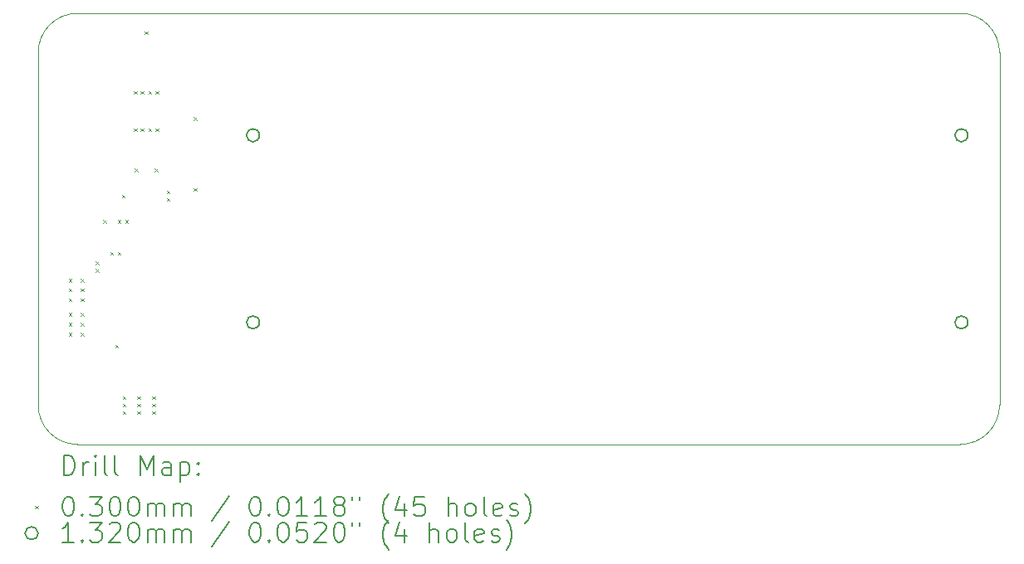
<source format=gbr>
%TF.GenerationSoftware,KiCad,Pcbnew,8.0.8*%
%TF.CreationDate,2025-10-05T09:32:36-04:00*%
%TF.ProjectId,project-hw-2-18650,70726f6a-6563-4742-9d68-772d322d3138,rev?*%
%TF.SameCoordinates,Original*%
%TF.FileFunction,Drillmap*%
%TF.FilePolarity,Positive*%
%FSLAX45Y45*%
G04 Gerber Fmt 4.5, Leading zero omitted, Abs format (unit mm)*
G04 Created by KiCad (PCBNEW 8.0.8) date 2025-10-05 09:32:36*
%MOMM*%
%LPD*%
G01*
G04 APERTURE LIST*
%ADD10C,0.050000*%
%ADD11C,0.200000*%
%ADD12C,0.100000*%
%ADD13C,0.132000*%
G04 APERTURE END LIST*
D10*
X11200000Y-1600000D02*
G75*
G02*
X11600000Y-2000000I0J-400000D01*
G01*
X1800000Y-2000000D02*
G75*
G02*
X2200000Y-1600000I400000J0D01*
G01*
X11600000Y-5600000D02*
G75*
G02*
X11200000Y-6000000I-400000J0D01*
G01*
X2200000Y-6000000D02*
G75*
G02*
X1800000Y-5600000I0J400000D01*
G01*
X11600000Y-2000000D02*
X11600000Y-5600000D01*
X2200000Y-1600000D02*
X11200000Y-1600000D01*
X1800000Y-5600000D02*
X1800000Y-2000000D01*
X11200000Y-6000000D02*
X2200000Y-6000000D01*
D11*
D12*
X2110000Y-4310000D02*
X2140000Y-4340000D01*
X2140000Y-4310000D02*
X2110000Y-4340000D01*
X2110000Y-4410000D02*
X2140000Y-4440000D01*
X2140000Y-4410000D02*
X2110000Y-4440000D01*
X2110000Y-4510000D02*
X2140000Y-4540000D01*
X2140000Y-4510000D02*
X2110000Y-4540000D01*
X2110000Y-4660000D02*
X2140000Y-4690000D01*
X2140000Y-4660000D02*
X2110000Y-4690000D01*
X2110000Y-4760000D02*
X2140000Y-4790000D01*
X2140000Y-4760000D02*
X2110000Y-4790000D01*
X2110000Y-4860000D02*
X2140000Y-4890000D01*
X2140000Y-4860000D02*
X2110000Y-4890000D01*
X2235000Y-4310000D02*
X2265000Y-4340000D01*
X2265000Y-4310000D02*
X2235000Y-4340000D01*
X2235000Y-4410000D02*
X2265000Y-4440000D01*
X2265000Y-4410000D02*
X2235000Y-4440000D01*
X2235000Y-4510000D02*
X2265000Y-4540000D01*
X2265000Y-4510000D02*
X2235000Y-4540000D01*
X2235000Y-4660000D02*
X2265000Y-4690000D01*
X2265000Y-4660000D02*
X2235000Y-4690000D01*
X2235000Y-4760000D02*
X2265000Y-4790000D01*
X2265000Y-4760000D02*
X2235000Y-4790000D01*
X2235000Y-4860000D02*
X2265000Y-4890000D01*
X2265000Y-4860000D02*
X2235000Y-4890000D01*
X2385000Y-4135000D02*
X2415000Y-4165000D01*
X2415000Y-4135000D02*
X2385000Y-4165000D01*
X2385000Y-4210000D02*
X2415000Y-4240000D01*
X2415000Y-4210000D02*
X2385000Y-4240000D01*
X2460000Y-3710000D02*
X2490000Y-3740000D01*
X2490000Y-3710000D02*
X2460000Y-3740000D01*
X2535000Y-4035000D02*
X2565000Y-4065000D01*
X2565000Y-4035000D02*
X2535000Y-4065000D01*
X2585000Y-4985000D02*
X2615000Y-5015000D01*
X2615000Y-4985000D02*
X2585000Y-5015000D01*
X2610000Y-3710000D02*
X2640000Y-3740000D01*
X2640000Y-3710000D02*
X2610000Y-3740000D01*
X2610000Y-4035000D02*
X2640000Y-4065000D01*
X2640000Y-4035000D02*
X2610000Y-4065000D01*
X2652500Y-3452500D02*
X2682500Y-3482500D01*
X2682500Y-3452500D02*
X2652500Y-3482500D01*
X2660000Y-5510000D02*
X2690000Y-5540000D01*
X2690000Y-5510000D02*
X2660000Y-5540000D01*
X2660000Y-5585000D02*
X2690000Y-5615000D01*
X2690000Y-5585000D02*
X2660000Y-5615000D01*
X2660000Y-5660000D02*
X2690000Y-5690000D01*
X2690000Y-5660000D02*
X2660000Y-5690000D01*
X2685000Y-3710000D02*
X2715000Y-3740000D01*
X2715000Y-3710000D02*
X2685000Y-3740000D01*
X2775000Y-2395000D02*
X2805000Y-2425000D01*
X2805000Y-2395000D02*
X2775000Y-2425000D01*
X2775000Y-2775000D02*
X2805000Y-2805000D01*
X2805000Y-2775000D02*
X2775000Y-2805000D01*
X2785000Y-3185000D02*
X2815000Y-3215000D01*
X2815000Y-3185000D02*
X2785000Y-3215000D01*
X2810000Y-5510000D02*
X2840000Y-5540000D01*
X2840000Y-5510000D02*
X2810000Y-5540000D01*
X2810000Y-5585000D02*
X2840000Y-5615000D01*
X2840000Y-5585000D02*
X2810000Y-5615000D01*
X2810000Y-5660000D02*
X2840000Y-5690000D01*
X2840000Y-5660000D02*
X2810000Y-5690000D01*
X2845000Y-2395000D02*
X2875000Y-2425000D01*
X2875000Y-2395000D02*
X2845000Y-2425000D01*
X2845000Y-2775000D02*
X2875000Y-2805000D01*
X2875000Y-2775000D02*
X2845000Y-2805000D01*
X2885000Y-1785000D02*
X2915000Y-1815000D01*
X2915000Y-1785000D02*
X2885000Y-1815000D01*
X2925000Y-2395000D02*
X2955000Y-2425000D01*
X2955000Y-2395000D02*
X2925000Y-2425000D01*
X2925000Y-2775000D02*
X2955000Y-2805000D01*
X2955000Y-2775000D02*
X2925000Y-2805000D01*
X2960000Y-5510000D02*
X2990000Y-5540000D01*
X2990000Y-5510000D02*
X2960000Y-5540000D01*
X2960000Y-5585000D02*
X2990000Y-5615000D01*
X2990000Y-5585000D02*
X2960000Y-5615000D01*
X2960000Y-5660000D02*
X2990000Y-5690000D01*
X2990000Y-5660000D02*
X2960000Y-5690000D01*
X2985000Y-3185000D02*
X3015000Y-3215000D01*
X3015000Y-3185000D02*
X2985000Y-3215000D01*
X2995000Y-2395000D02*
X3025000Y-2425000D01*
X3025000Y-2395000D02*
X2995000Y-2425000D01*
X2995000Y-2775000D02*
X3025000Y-2805000D01*
X3025000Y-2775000D02*
X2995000Y-2805000D01*
X3110000Y-3410000D02*
X3140000Y-3440000D01*
X3140000Y-3410000D02*
X3110000Y-3440000D01*
X3110000Y-3485000D02*
X3140000Y-3515000D01*
X3140000Y-3485000D02*
X3110000Y-3515000D01*
X3385000Y-2660000D02*
X3415000Y-2690000D01*
X3415000Y-2660000D02*
X3385000Y-2690000D01*
X3385000Y-3385000D02*
X3415000Y-3415000D01*
X3415000Y-3385000D02*
X3385000Y-3415000D01*
D13*
X4055000Y-2845000D02*
G75*
G02*
X3923000Y-2845000I-66000J0D01*
G01*
X3923000Y-2845000D02*
G75*
G02*
X4055000Y-2845000I66000J0D01*
G01*
X4055000Y-4755000D02*
G75*
G02*
X3923000Y-4755000I-66000J0D01*
G01*
X3923000Y-4755000D02*
G75*
G02*
X4055000Y-4755000I66000J0D01*
G01*
X11277000Y-2845000D02*
G75*
G02*
X11145000Y-2845000I-66000J0D01*
G01*
X11145000Y-2845000D02*
G75*
G02*
X11277000Y-2845000I66000J0D01*
G01*
X11277000Y-4755000D02*
G75*
G02*
X11145000Y-4755000I-66000J0D01*
G01*
X11145000Y-4755000D02*
G75*
G02*
X11277000Y-4755000I66000J0D01*
G01*
D11*
X2058277Y-6313984D02*
X2058277Y-6113984D01*
X2058277Y-6113984D02*
X2105896Y-6113984D01*
X2105896Y-6113984D02*
X2134467Y-6123508D01*
X2134467Y-6123508D02*
X2153515Y-6142555D01*
X2153515Y-6142555D02*
X2163039Y-6161603D01*
X2163039Y-6161603D02*
X2172563Y-6199698D01*
X2172563Y-6199698D02*
X2172563Y-6228269D01*
X2172563Y-6228269D02*
X2163039Y-6266365D01*
X2163039Y-6266365D02*
X2153515Y-6285412D01*
X2153515Y-6285412D02*
X2134467Y-6304460D01*
X2134467Y-6304460D02*
X2105896Y-6313984D01*
X2105896Y-6313984D02*
X2058277Y-6313984D01*
X2258277Y-6313984D02*
X2258277Y-6180650D01*
X2258277Y-6218746D02*
X2267801Y-6199698D01*
X2267801Y-6199698D02*
X2277324Y-6190174D01*
X2277324Y-6190174D02*
X2296372Y-6180650D01*
X2296372Y-6180650D02*
X2315420Y-6180650D01*
X2382086Y-6313984D02*
X2382086Y-6180650D01*
X2382086Y-6113984D02*
X2372563Y-6123508D01*
X2372563Y-6123508D02*
X2382086Y-6133031D01*
X2382086Y-6133031D02*
X2391610Y-6123508D01*
X2391610Y-6123508D02*
X2382086Y-6113984D01*
X2382086Y-6113984D02*
X2382086Y-6133031D01*
X2505896Y-6313984D02*
X2486848Y-6304460D01*
X2486848Y-6304460D02*
X2477324Y-6285412D01*
X2477324Y-6285412D02*
X2477324Y-6113984D01*
X2610658Y-6313984D02*
X2591610Y-6304460D01*
X2591610Y-6304460D02*
X2582086Y-6285412D01*
X2582086Y-6285412D02*
X2582086Y-6113984D01*
X2839229Y-6313984D02*
X2839229Y-6113984D01*
X2839229Y-6113984D02*
X2905896Y-6256841D01*
X2905896Y-6256841D02*
X2972562Y-6113984D01*
X2972562Y-6113984D02*
X2972562Y-6313984D01*
X3153515Y-6313984D02*
X3153515Y-6209222D01*
X3153515Y-6209222D02*
X3143991Y-6190174D01*
X3143991Y-6190174D02*
X3124943Y-6180650D01*
X3124943Y-6180650D02*
X3086848Y-6180650D01*
X3086848Y-6180650D02*
X3067801Y-6190174D01*
X3153515Y-6304460D02*
X3134467Y-6313984D01*
X3134467Y-6313984D02*
X3086848Y-6313984D01*
X3086848Y-6313984D02*
X3067801Y-6304460D01*
X3067801Y-6304460D02*
X3058277Y-6285412D01*
X3058277Y-6285412D02*
X3058277Y-6266365D01*
X3058277Y-6266365D02*
X3067801Y-6247317D01*
X3067801Y-6247317D02*
X3086848Y-6237793D01*
X3086848Y-6237793D02*
X3134467Y-6237793D01*
X3134467Y-6237793D02*
X3153515Y-6228269D01*
X3248753Y-6180650D02*
X3248753Y-6380650D01*
X3248753Y-6190174D02*
X3267801Y-6180650D01*
X3267801Y-6180650D02*
X3305896Y-6180650D01*
X3305896Y-6180650D02*
X3324943Y-6190174D01*
X3324943Y-6190174D02*
X3334467Y-6199698D01*
X3334467Y-6199698D02*
X3343991Y-6218746D01*
X3343991Y-6218746D02*
X3343991Y-6275888D01*
X3343991Y-6275888D02*
X3334467Y-6294936D01*
X3334467Y-6294936D02*
X3324943Y-6304460D01*
X3324943Y-6304460D02*
X3305896Y-6313984D01*
X3305896Y-6313984D02*
X3267801Y-6313984D01*
X3267801Y-6313984D02*
X3248753Y-6304460D01*
X3429705Y-6294936D02*
X3439229Y-6304460D01*
X3439229Y-6304460D02*
X3429705Y-6313984D01*
X3429705Y-6313984D02*
X3420182Y-6304460D01*
X3420182Y-6304460D02*
X3429705Y-6294936D01*
X3429705Y-6294936D02*
X3429705Y-6313984D01*
X3429705Y-6190174D02*
X3439229Y-6199698D01*
X3439229Y-6199698D02*
X3429705Y-6209222D01*
X3429705Y-6209222D02*
X3420182Y-6199698D01*
X3420182Y-6199698D02*
X3429705Y-6190174D01*
X3429705Y-6190174D02*
X3429705Y-6209222D01*
D12*
X1767500Y-6627500D02*
X1797500Y-6657500D01*
X1797500Y-6627500D02*
X1767500Y-6657500D01*
D11*
X2096372Y-6533984D02*
X2115420Y-6533984D01*
X2115420Y-6533984D02*
X2134467Y-6543508D01*
X2134467Y-6543508D02*
X2143991Y-6553031D01*
X2143991Y-6553031D02*
X2153515Y-6572079D01*
X2153515Y-6572079D02*
X2163039Y-6610174D01*
X2163039Y-6610174D02*
X2163039Y-6657793D01*
X2163039Y-6657793D02*
X2153515Y-6695888D01*
X2153515Y-6695888D02*
X2143991Y-6714936D01*
X2143991Y-6714936D02*
X2134467Y-6724460D01*
X2134467Y-6724460D02*
X2115420Y-6733984D01*
X2115420Y-6733984D02*
X2096372Y-6733984D01*
X2096372Y-6733984D02*
X2077324Y-6724460D01*
X2077324Y-6724460D02*
X2067801Y-6714936D01*
X2067801Y-6714936D02*
X2058277Y-6695888D01*
X2058277Y-6695888D02*
X2048753Y-6657793D01*
X2048753Y-6657793D02*
X2048753Y-6610174D01*
X2048753Y-6610174D02*
X2058277Y-6572079D01*
X2058277Y-6572079D02*
X2067801Y-6553031D01*
X2067801Y-6553031D02*
X2077324Y-6543508D01*
X2077324Y-6543508D02*
X2096372Y-6533984D01*
X2248753Y-6714936D02*
X2258277Y-6724460D01*
X2258277Y-6724460D02*
X2248753Y-6733984D01*
X2248753Y-6733984D02*
X2239229Y-6724460D01*
X2239229Y-6724460D02*
X2248753Y-6714936D01*
X2248753Y-6714936D02*
X2248753Y-6733984D01*
X2324944Y-6533984D02*
X2448753Y-6533984D01*
X2448753Y-6533984D02*
X2382086Y-6610174D01*
X2382086Y-6610174D02*
X2410658Y-6610174D01*
X2410658Y-6610174D02*
X2429705Y-6619698D01*
X2429705Y-6619698D02*
X2439229Y-6629222D01*
X2439229Y-6629222D02*
X2448753Y-6648269D01*
X2448753Y-6648269D02*
X2448753Y-6695888D01*
X2448753Y-6695888D02*
X2439229Y-6714936D01*
X2439229Y-6714936D02*
X2429705Y-6724460D01*
X2429705Y-6724460D02*
X2410658Y-6733984D01*
X2410658Y-6733984D02*
X2353515Y-6733984D01*
X2353515Y-6733984D02*
X2334467Y-6724460D01*
X2334467Y-6724460D02*
X2324944Y-6714936D01*
X2572563Y-6533984D02*
X2591610Y-6533984D01*
X2591610Y-6533984D02*
X2610658Y-6543508D01*
X2610658Y-6543508D02*
X2620182Y-6553031D01*
X2620182Y-6553031D02*
X2629705Y-6572079D01*
X2629705Y-6572079D02*
X2639229Y-6610174D01*
X2639229Y-6610174D02*
X2639229Y-6657793D01*
X2639229Y-6657793D02*
X2629705Y-6695888D01*
X2629705Y-6695888D02*
X2620182Y-6714936D01*
X2620182Y-6714936D02*
X2610658Y-6724460D01*
X2610658Y-6724460D02*
X2591610Y-6733984D01*
X2591610Y-6733984D02*
X2572563Y-6733984D01*
X2572563Y-6733984D02*
X2553515Y-6724460D01*
X2553515Y-6724460D02*
X2543991Y-6714936D01*
X2543991Y-6714936D02*
X2534467Y-6695888D01*
X2534467Y-6695888D02*
X2524944Y-6657793D01*
X2524944Y-6657793D02*
X2524944Y-6610174D01*
X2524944Y-6610174D02*
X2534467Y-6572079D01*
X2534467Y-6572079D02*
X2543991Y-6553031D01*
X2543991Y-6553031D02*
X2553515Y-6543508D01*
X2553515Y-6543508D02*
X2572563Y-6533984D01*
X2763039Y-6533984D02*
X2782086Y-6533984D01*
X2782086Y-6533984D02*
X2801134Y-6543508D01*
X2801134Y-6543508D02*
X2810658Y-6553031D01*
X2810658Y-6553031D02*
X2820182Y-6572079D01*
X2820182Y-6572079D02*
X2829705Y-6610174D01*
X2829705Y-6610174D02*
X2829705Y-6657793D01*
X2829705Y-6657793D02*
X2820182Y-6695888D01*
X2820182Y-6695888D02*
X2810658Y-6714936D01*
X2810658Y-6714936D02*
X2801134Y-6724460D01*
X2801134Y-6724460D02*
X2782086Y-6733984D01*
X2782086Y-6733984D02*
X2763039Y-6733984D01*
X2763039Y-6733984D02*
X2743991Y-6724460D01*
X2743991Y-6724460D02*
X2734467Y-6714936D01*
X2734467Y-6714936D02*
X2724944Y-6695888D01*
X2724944Y-6695888D02*
X2715420Y-6657793D01*
X2715420Y-6657793D02*
X2715420Y-6610174D01*
X2715420Y-6610174D02*
X2724944Y-6572079D01*
X2724944Y-6572079D02*
X2734467Y-6553031D01*
X2734467Y-6553031D02*
X2743991Y-6543508D01*
X2743991Y-6543508D02*
X2763039Y-6533984D01*
X2915420Y-6733984D02*
X2915420Y-6600650D01*
X2915420Y-6619698D02*
X2924943Y-6610174D01*
X2924943Y-6610174D02*
X2943991Y-6600650D01*
X2943991Y-6600650D02*
X2972563Y-6600650D01*
X2972563Y-6600650D02*
X2991610Y-6610174D01*
X2991610Y-6610174D02*
X3001134Y-6629222D01*
X3001134Y-6629222D02*
X3001134Y-6733984D01*
X3001134Y-6629222D02*
X3010658Y-6610174D01*
X3010658Y-6610174D02*
X3029705Y-6600650D01*
X3029705Y-6600650D02*
X3058277Y-6600650D01*
X3058277Y-6600650D02*
X3077324Y-6610174D01*
X3077324Y-6610174D02*
X3086848Y-6629222D01*
X3086848Y-6629222D02*
X3086848Y-6733984D01*
X3182086Y-6733984D02*
X3182086Y-6600650D01*
X3182086Y-6619698D02*
X3191610Y-6610174D01*
X3191610Y-6610174D02*
X3210658Y-6600650D01*
X3210658Y-6600650D02*
X3239229Y-6600650D01*
X3239229Y-6600650D02*
X3258277Y-6610174D01*
X3258277Y-6610174D02*
X3267801Y-6629222D01*
X3267801Y-6629222D02*
X3267801Y-6733984D01*
X3267801Y-6629222D02*
X3277324Y-6610174D01*
X3277324Y-6610174D02*
X3296372Y-6600650D01*
X3296372Y-6600650D02*
X3324943Y-6600650D01*
X3324943Y-6600650D02*
X3343991Y-6610174D01*
X3343991Y-6610174D02*
X3353515Y-6629222D01*
X3353515Y-6629222D02*
X3353515Y-6733984D01*
X3743991Y-6524460D02*
X3572563Y-6781603D01*
X4001134Y-6533984D02*
X4020182Y-6533984D01*
X4020182Y-6533984D02*
X4039229Y-6543508D01*
X4039229Y-6543508D02*
X4048753Y-6553031D01*
X4048753Y-6553031D02*
X4058277Y-6572079D01*
X4058277Y-6572079D02*
X4067801Y-6610174D01*
X4067801Y-6610174D02*
X4067801Y-6657793D01*
X4067801Y-6657793D02*
X4058277Y-6695888D01*
X4058277Y-6695888D02*
X4048753Y-6714936D01*
X4048753Y-6714936D02*
X4039229Y-6724460D01*
X4039229Y-6724460D02*
X4020182Y-6733984D01*
X4020182Y-6733984D02*
X4001134Y-6733984D01*
X4001134Y-6733984D02*
X3982086Y-6724460D01*
X3982086Y-6724460D02*
X3972563Y-6714936D01*
X3972563Y-6714936D02*
X3963039Y-6695888D01*
X3963039Y-6695888D02*
X3953515Y-6657793D01*
X3953515Y-6657793D02*
X3953515Y-6610174D01*
X3953515Y-6610174D02*
X3963039Y-6572079D01*
X3963039Y-6572079D02*
X3972563Y-6553031D01*
X3972563Y-6553031D02*
X3982086Y-6543508D01*
X3982086Y-6543508D02*
X4001134Y-6533984D01*
X4153515Y-6714936D02*
X4163039Y-6724460D01*
X4163039Y-6724460D02*
X4153515Y-6733984D01*
X4153515Y-6733984D02*
X4143991Y-6724460D01*
X4143991Y-6724460D02*
X4153515Y-6714936D01*
X4153515Y-6714936D02*
X4153515Y-6733984D01*
X4286848Y-6533984D02*
X4305896Y-6533984D01*
X4305896Y-6533984D02*
X4324944Y-6543508D01*
X4324944Y-6543508D02*
X4334468Y-6553031D01*
X4334468Y-6553031D02*
X4343991Y-6572079D01*
X4343991Y-6572079D02*
X4353515Y-6610174D01*
X4353515Y-6610174D02*
X4353515Y-6657793D01*
X4353515Y-6657793D02*
X4343991Y-6695888D01*
X4343991Y-6695888D02*
X4334468Y-6714936D01*
X4334468Y-6714936D02*
X4324944Y-6724460D01*
X4324944Y-6724460D02*
X4305896Y-6733984D01*
X4305896Y-6733984D02*
X4286848Y-6733984D01*
X4286848Y-6733984D02*
X4267801Y-6724460D01*
X4267801Y-6724460D02*
X4258277Y-6714936D01*
X4258277Y-6714936D02*
X4248753Y-6695888D01*
X4248753Y-6695888D02*
X4239229Y-6657793D01*
X4239229Y-6657793D02*
X4239229Y-6610174D01*
X4239229Y-6610174D02*
X4248753Y-6572079D01*
X4248753Y-6572079D02*
X4258277Y-6553031D01*
X4258277Y-6553031D02*
X4267801Y-6543508D01*
X4267801Y-6543508D02*
X4286848Y-6533984D01*
X4543991Y-6733984D02*
X4429706Y-6733984D01*
X4486848Y-6733984D02*
X4486848Y-6533984D01*
X4486848Y-6533984D02*
X4467801Y-6562555D01*
X4467801Y-6562555D02*
X4448753Y-6581603D01*
X4448753Y-6581603D02*
X4429706Y-6591127D01*
X4734468Y-6733984D02*
X4620182Y-6733984D01*
X4677325Y-6733984D02*
X4677325Y-6533984D01*
X4677325Y-6533984D02*
X4658277Y-6562555D01*
X4658277Y-6562555D02*
X4639229Y-6581603D01*
X4639229Y-6581603D02*
X4620182Y-6591127D01*
X4848753Y-6619698D02*
X4829706Y-6610174D01*
X4829706Y-6610174D02*
X4820182Y-6600650D01*
X4820182Y-6600650D02*
X4810658Y-6581603D01*
X4810658Y-6581603D02*
X4810658Y-6572079D01*
X4810658Y-6572079D02*
X4820182Y-6553031D01*
X4820182Y-6553031D02*
X4829706Y-6543508D01*
X4829706Y-6543508D02*
X4848753Y-6533984D01*
X4848753Y-6533984D02*
X4886849Y-6533984D01*
X4886849Y-6533984D02*
X4905896Y-6543508D01*
X4905896Y-6543508D02*
X4915420Y-6553031D01*
X4915420Y-6553031D02*
X4924944Y-6572079D01*
X4924944Y-6572079D02*
X4924944Y-6581603D01*
X4924944Y-6581603D02*
X4915420Y-6600650D01*
X4915420Y-6600650D02*
X4905896Y-6610174D01*
X4905896Y-6610174D02*
X4886849Y-6619698D01*
X4886849Y-6619698D02*
X4848753Y-6619698D01*
X4848753Y-6619698D02*
X4829706Y-6629222D01*
X4829706Y-6629222D02*
X4820182Y-6638746D01*
X4820182Y-6638746D02*
X4810658Y-6657793D01*
X4810658Y-6657793D02*
X4810658Y-6695888D01*
X4810658Y-6695888D02*
X4820182Y-6714936D01*
X4820182Y-6714936D02*
X4829706Y-6724460D01*
X4829706Y-6724460D02*
X4848753Y-6733984D01*
X4848753Y-6733984D02*
X4886849Y-6733984D01*
X4886849Y-6733984D02*
X4905896Y-6724460D01*
X4905896Y-6724460D02*
X4915420Y-6714936D01*
X4915420Y-6714936D02*
X4924944Y-6695888D01*
X4924944Y-6695888D02*
X4924944Y-6657793D01*
X4924944Y-6657793D02*
X4915420Y-6638746D01*
X4915420Y-6638746D02*
X4905896Y-6629222D01*
X4905896Y-6629222D02*
X4886849Y-6619698D01*
X5001134Y-6533984D02*
X5001134Y-6572079D01*
X5077325Y-6533984D02*
X5077325Y-6572079D01*
X5372563Y-6810174D02*
X5363039Y-6800650D01*
X5363039Y-6800650D02*
X5343991Y-6772079D01*
X5343991Y-6772079D02*
X5334468Y-6753031D01*
X5334468Y-6753031D02*
X5324944Y-6724460D01*
X5324944Y-6724460D02*
X5315420Y-6676841D01*
X5315420Y-6676841D02*
X5315420Y-6638746D01*
X5315420Y-6638746D02*
X5324944Y-6591127D01*
X5324944Y-6591127D02*
X5334468Y-6562555D01*
X5334468Y-6562555D02*
X5343991Y-6543508D01*
X5343991Y-6543508D02*
X5363039Y-6514936D01*
X5363039Y-6514936D02*
X5372563Y-6505412D01*
X5534468Y-6600650D02*
X5534468Y-6733984D01*
X5486849Y-6524460D02*
X5439230Y-6667317D01*
X5439230Y-6667317D02*
X5563039Y-6667317D01*
X5734468Y-6533984D02*
X5639229Y-6533984D01*
X5639229Y-6533984D02*
X5629706Y-6629222D01*
X5629706Y-6629222D02*
X5639229Y-6619698D01*
X5639229Y-6619698D02*
X5658277Y-6610174D01*
X5658277Y-6610174D02*
X5705896Y-6610174D01*
X5705896Y-6610174D02*
X5724944Y-6619698D01*
X5724944Y-6619698D02*
X5734468Y-6629222D01*
X5734468Y-6629222D02*
X5743991Y-6648269D01*
X5743991Y-6648269D02*
X5743991Y-6695888D01*
X5743991Y-6695888D02*
X5734468Y-6714936D01*
X5734468Y-6714936D02*
X5724944Y-6724460D01*
X5724944Y-6724460D02*
X5705896Y-6733984D01*
X5705896Y-6733984D02*
X5658277Y-6733984D01*
X5658277Y-6733984D02*
X5639229Y-6724460D01*
X5639229Y-6724460D02*
X5629706Y-6714936D01*
X5982087Y-6733984D02*
X5982087Y-6533984D01*
X6067801Y-6733984D02*
X6067801Y-6629222D01*
X6067801Y-6629222D02*
X6058277Y-6610174D01*
X6058277Y-6610174D02*
X6039230Y-6600650D01*
X6039230Y-6600650D02*
X6010658Y-6600650D01*
X6010658Y-6600650D02*
X5991610Y-6610174D01*
X5991610Y-6610174D02*
X5982087Y-6619698D01*
X6191610Y-6733984D02*
X6172563Y-6724460D01*
X6172563Y-6724460D02*
X6163039Y-6714936D01*
X6163039Y-6714936D02*
X6153515Y-6695888D01*
X6153515Y-6695888D02*
X6153515Y-6638746D01*
X6153515Y-6638746D02*
X6163039Y-6619698D01*
X6163039Y-6619698D02*
X6172563Y-6610174D01*
X6172563Y-6610174D02*
X6191610Y-6600650D01*
X6191610Y-6600650D02*
X6220182Y-6600650D01*
X6220182Y-6600650D02*
X6239230Y-6610174D01*
X6239230Y-6610174D02*
X6248753Y-6619698D01*
X6248753Y-6619698D02*
X6258277Y-6638746D01*
X6258277Y-6638746D02*
X6258277Y-6695888D01*
X6258277Y-6695888D02*
X6248753Y-6714936D01*
X6248753Y-6714936D02*
X6239230Y-6724460D01*
X6239230Y-6724460D02*
X6220182Y-6733984D01*
X6220182Y-6733984D02*
X6191610Y-6733984D01*
X6372563Y-6733984D02*
X6353515Y-6724460D01*
X6353515Y-6724460D02*
X6343991Y-6705412D01*
X6343991Y-6705412D02*
X6343991Y-6533984D01*
X6524944Y-6724460D02*
X6505896Y-6733984D01*
X6505896Y-6733984D02*
X6467801Y-6733984D01*
X6467801Y-6733984D02*
X6448753Y-6724460D01*
X6448753Y-6724460D02*
X6439230Y-6705412D01*
X6439230Y-6705412D02*
X6439230Y-6629222D01*
X6439230Y-6629222D02*
X6448753Y-6610174D01*
X6448753Y-6610174D02*
X6467801Y-6600650D01*
X6467801Y-6600650D02*
X6505896Y-6600650D01*
X6505896Y-6600650D02*
X6524944Y-6610174D01*
X6524944Y-6610174D02*
X6534468Y-6629222D01*
X6534468Y-6629222D02*
X6534468Y-6648269D01*
X6534468Y-6648269D02*
X6439230Y-6667317D01*
X6610658Y-6724460D02*
X6629706Y-6733984D01*
X6629706Y-6733984D02*
X6667801Y-6733984D01*
X6667801Y-6733984D02*
X6686849Y-6724460D01*
X6686849Y-6724460D02*
X6696372Y-6705412D01*
X6696372Y-6705412D02*
X6696372Y-6695888D01*
X6696372Y-6695888D02*
X6686849Y-6676841D01*
X6686849Y-6676841D02*
X6667801Y-6667317D01*
X6667801Y-6667317D02*
X6639230Y-6667317D01*
X6639230Y-6667317D02*
X6620182Y-6657793D01*
X6620182Y-6657793D02*
X6610658Y-6638746D01*
X6610658Y-6638746D02*
X6610658Y-6629222D01*
X6610658Y-6629222D02*
X6620182Y-6610174D01*
X6620182Y-6610174D02*
X6639230Y-6600650D01*
X6639230Y-6600650D02*
X6667801Y-6600650D01*
X6667801Y-6600650D02*
X6686849Y-6610174D01*
X6763039Y-6810174D02*
X6772563Y-6800650D01*
X6772563Y-6800650D02*
X6791611Y-6772079D01*
X6791611Y-6772079D02*
X6801134Y-6753031D01*
X6801134Y-6753031D02*
X6810658Y-6724460D01*
X6810658Y-6724460D02*
X6820182Y-6676841D01*
X6820182Y-6676841D02*
X6820182Y-6638746D01*
X6820182Y-6638746D02*
X6810658Y-6591127D01*
X6810658Y-6591127D02*
X6801134Y-6562555D01*
X6801134Y-6562555D02*
X6791611Y-6543508D01*
X6791611Y-6543508D02*
X6772563Y-6514936D01*
X6772563Y-6514936D02*
X6763039Y-6505412D01*
D13*
X1797500Y-6906500D02*
G75*
G02*
X1665500Y-6906500I-66000J0D01*
G01*
X1665500Y-6906500D02*
G75*
G02*
X1797500Y-6906500I66000J0D01*
G01*
D11*
X2163039Y-6997984D02*
X2048753Y-6997984D01*
X2105896Y-6997984D02*
X2105896Y-6797984D01*
X2105896Y-6797984D02*
X2086848Y-6826555D01*
X2086848Y-6826555D02*
X2067801Y-6845603D01*
X2067801Y-6845603D02*
X2048753Y-6855127D01*
X2248753Y-6978936D02*
X2258277Y-6988460D01*
X2258277Y-6988460D02*
X2248753Y-6997984D01*
X2248753Y-6997984D02*
X2239229Y-6988460D01*
X2239229Y-6988460D02*
X2248753Y-6978936D01*
X2248753Y-6978936D02*
X2248753Y-6997984D01*
X2324944Y-6797984D02*
X2448753Y-6797984D01*
X2448753Y-6797984D02*
X2382086Y-6874174D01*
X2382086Y-6874174D02*
X2410658Y-6874174D01*
X2410658Y-6874174D02*
X2429705Y-6883698D01*
X2429705Y-6883698D02*
X2439229Y-6893222D01*
X2439229Y-6893222D02*
X2448753Y-6912269D01*
X2448753Y-6912269D02*
X2448753Y-6959888D01*
X2448753Y-6959888D02*
X2439229Y-6978936D01*
X2439229Y-6978936D02*
X2429705Y-6988460D01*
X2429705Y-6988460D02*
X2410658Y-6997984D01*
X2410658Y-6997984D02*
X2353515Y-6997984D01*
X2353515Y-6997984D02*
X2334467Y-6988460D01*
X2334467Y-6988460D02*
X2324944Y-6978936D01*
X2524944Y-6817031D02*
X2534467Y-6807508D01*
X2534467Y-6807508D02*
X2553515Y-6797984D01*
X2553515Y-6797984D02*
X2601134Y-6797984D01*
X2601134Y-6797984D02*
X2620182Y-6807508D01*
X2620182Y-6807508D02*
X2629705Y-6817031D01*
X2629705Y-6817031D02*
X2639229Y-6836079D01*
X2639229Y-6836079D02*
X2639229Y-6855127D01*
X2639229Y-6855127D02*
X2629705Y-6883698D01*
X2629705Y-6883698D02*
X2515420Y-6997984D01*
X2515420Y-6997984D02*
X2639229Y-6997984D01*
X2763039Y-6797984D02*
X2782086Y-6797984D01*
X2782086Y-6797984D02*
X2801134Y-6807508D01*
X2801134Y-6807508D02*
X2810658Y-6817031D01*
X2810658Y-6817031D02*
X2820182Y-6836079D01*
X2820182Y-6836079D02*
X2829705Y-6874174D01*
X2829705Y-6874174D02*
X2829705Y-6921793D01*
X2829705Y-6921793D02*
X2820182Y-6959888D01*
X2820182Y-6959888D02*
X2810658Y-6978936D01*
X2810658Y-6978936D02*
X2801134Y-6988460D01*
X2801134Y-6988460D02*
X2782086Y-6997984D01*
X2782086Y-6997984D02*
X2763039Y-6997984D01*
X2763039Y-6997984D02*
X2743991Y-6988460D01*
X2743991Y-6988460D02*
X2734467Y-6978936D01*
X2734467Y-6978936D02*
X2724944Y-6959888D01*
X2724944Y-6959888D02*
X2715420Y-6921793D01*
X2715420Y-6921793D02*
X2715420Y-6874174D01*
X2715420Y-6874174D02*
X2724944Y-6836079D01*
X2724944Y-6836079D02*
X2734467Y-6817031D01*
X2734467Y-6817031D02*
X2743991Y-6807508D01*
X2743991Y-6807508D02*
X2763039Y-6797984D01*
X2915420Y-6997984D02*
X2915420Y-6864650D01*
X2915420Y-6883698D02*
X2924943Y-6874174D01*
X2924943Y-6874174D02*
X2943991Y-6864650D01*
X2943991Y-6864650D02*
X2972563Y-6864650D01*
X2972563Y-6864650D02*
X2991610Y-6874174D01*
X2991610Y-6874174D02*
X3001134Y-6893222D01*
X3001134Y-6893222D02*
X3001134Y-6997984D01*
X3001134Y-6893222D02*
X3010658Y-6874174D01*
X3010658Y-6874174D02*
X3029705Y-6864650D01*
X3029705Y-6864650D02*
X3058277Y-6864650D01*
X3058277Y-6864650D02*
X3077324Y-6874174D01*
X3077324Y-6874174D02*
X3086848Y-6893222D01*
X3086848Y-6893222D02*
X3086848Y-6997984D01*
X3182086Y-6997984D02*
X3182086Y-6864650D01*
X3182086Y-6883698D02*
X3191610Y-6874174D01*
X3191610Y-6874174D02*
X3210658Y-6864650D01*
X3210658Y-6864650D02*
X3239229Y-6864650D01*
X3239229Y-6864650D02*
X3258277Y-6874174D01*
X3258277Y-6874174D02*
X3267801Y-6893222D01*
X3267801Y-6893222D02*
X3267801Y-6997984D01*
X3267801Y-6893222D02*
X3277324Y-6874174D01*
X3277324Y-6874174D02*
X3296372Y-6864650D01*
X3296372Y-6864650D02*
X3324943Y-6864650D01*
X3324943Y-6864650D02*
X3343991Y-6874174D01*
X3343991Y-6874174D02*
X3353515Y-6893222D01*
X3353515Y-6893222D02*
X3353515Y-6997984D01*
X3743991Y-6788460D02*
X3572563Y-7045603D01*
X4001134Y-6797984D02*
X4020182Y-6797984D01*
X4020182Y-6797984D02*
X4039229Y-6807508D01*
X4039229Y-6807508D02*
X4048753Y-6817031D01*
X4048753Y-6817031D02*
X4058277Y-6836079D01*
X4058277Y-6836079D02*
X4067801Y-6874174D01*
X4067801Y-6874174D02*
X4067801Y-6921793D01*
X4067801Y-6921793D02*
X4058277Y-6959888D01*
X4058277Y-6959888D02*
X4048753Y-6978936D01*
X4048753Y-6978936D02*
X4039229Y-6988460D01*
X4039229Y-6988460D02*
X4020182Y-6997984D01*
X4020182Y-6997984D02*
X4001134Y-6997984D01*
X4001134Y-6997984D02*
X3982086Y-6988460D01*
X3982086Y-6988460D02*
X3972563Y-6978936D01*
X3972563Y-6978936D02*
X3963039Y-6959888D01*
X3963039Y-6959888D02*
X3953515Y-6921793D01*
X3953515Y-6921793D02*
X3953515Y-6874174D01*
X3953515Y-6874174D02*
X3963039Y-6836079D01*
X3963039Y-6836079D02*
X3972563Y-6817031D01*
X3972563Y-6817031D02*
X3982086Y-6807508D01*
X3982086Y-6807508D02*
X4001134Y-6797984D01*
X4153515Y-6978936D02*
X4163039Y-6988460D01*
X4163039Y-6988460D02*
X4153515Y-6997984D01*
X4153515Y-6997984D02*
X4143991Y-6988460D01*
X4143991Y-6988460D02*
X4153515Y-6978936D01*
X4153515Y-6978936D02*
X4153515Y-6997984D01*
X4286848Y-6797984D02*
X4305896Y-6797984D01*
X4305896Y-6797984D02*
X4324944Y-6807508D01*
X4324944Y-6807508D02*
X4334468Y-6817031D01*
X4334468Y-6817031D02*
X4343991Y-6836079D01*
X4343991Y-6836079D02*
X4353515Y-6874174D01*
X4353515Y-6874174D02*
X4353515Y-6921793D01*
X4353515Y-6921793D02*
X4343991Y-6959888D01*
X4343991Y-6959888D02*
X4334468Y-6978936D01*
X4334468Y-6978936D02*
X4324944Y-6988460D01*
X4324944Y-6988460D02*
X4305896Y-6997984D01*
X4305896Y-6997984D02*
X4286848Y-6997984D01*
X4286848Y-6997984D02*
X4267801Y-6988460D01*
X4267801Y-6988460D02*
X4258277Y-6978936D01*
X4258277Y-6978936D02*
X4248753Y-6959888D01*
X4248753Y-6959888D02*
X4239229Y-6921793D01*
X4239229Y-6921793D02*
X4239229Y-6874174D01*
X4239229Y-6874174D02*
X4248753Y-6836079D01*
X4248753Y-6836079D02*
X4258277Y-6817031D01*
X4258277Y-6817031D02*
X4267801Y-6807508D01*
X4267801Y-6807508D02*
X4286848Y-6797984D01*
X4534468Y-6797984D02*
X4439229Y-6797984D01*
X4439229Y-6797984D02*
X4429706Y-6893222D01*
X4429706Y-6893222D02*
X4439229Y-6883698D01*
X4439229Y-6883698D02*
X4458277Y-6874174D01*
X4458277Y-6874174D02*
X4505896Y-6874174D01*
X4505896Y-6874174D02*
X4524944Y-6883698D01*
X4524944Y-6883698D02*
X4534468Y-6893222D01*
X4534468Y-6893222D02*
X4543991Y-6912269D01*
X4543991Y-6912269D02*
X4543991Y-6959888D01*
X4543991Y-6959888D02*
X4534468Y-6978936D01*
X4534468Y-6978936D02*
X4524944Y-6988460D01*
X4524944Y-6988460D02*
X4505896Y-6997984D01*
X4505896Y-6997984D02*
X4458277Y-6997984D01*
X4458277Y-6997984D02*
X4439229Y-6988460D01*
X4439229Y-6988460D02*
X4429706Y-6978936D01*
X4620182Y-6817031D02*
X4629706Y-6807508D01*
X4629706Y-6807508D02*
X4648753Y-6797984D01*
X4648753Y-6797984D02*
X4696372Y-6797984D01*
X4696372Y-6797984D02*
X4715420Y-6807508D01*
X4715420Y-6807508D02*
X4724944Y-6817031D01*
X4724944Y-6817031D02*
X4734468Y-6836079D01*
X4734468Y-6836079D02*
X4734468Y-6855127D01*
X4734468Y-6855127D02*
X4724944Y-6883698D01*
X4724944Y-6883698D02*
X4610658Y-6997984D01*
X4610658Y-6997984D02*
X4734468Y-6997984D01*
X4858277Y-6797984D02*
X4877325Y-6797984D01*
X4877325Y-6797984D02*
X4896372Y-6807508D01*
X4896372Y-6807508D02*
X4905896Y-6817031D01*
X4905896Y-6817031D02*
X4915420Y-6836079D01*
X4915420Y-6836079D02*
X4924944Y-6874174D01*
X4924944Y-6874174D02*
X4924944Y-6921793D01*
X4924944Y-6921793D02*
X4915420Y-6959888D01*
X4915420Y-6959888D02*
X4905896Y-6978936D01*
X4905896Y-6978936D02*
X4896372Y-6988460D01*
X4896372Y-6988460D02*
X4877325Y-6997984D01*
X4877325Y-6997984D02*
X4858277Y-6997984D01*
X4858277Y-6997984D02*
X4839229Y-6988460D01*
X4839229Y-6988460D02*
X4829706Y-6978936D01*
X4829706Y-6978936D02*
X4820182Y-6959888D01*
X4820182Y-6959888D02*
X4810658Y-6921793D01*
X4810658Y-6921793D02*
X4810658Y-6874174D01*
X4810658Y-6874174D02*
X4820182Y-6836079D01*
X4820182Y-6836079D02*
X4829706Y-6817031D01*
X4829706Y-6817031D02*
X4839229Y-6807508D01*
X4839229Y-6807508D02*
X4858277Y-6797984D01*
X5001134Y-6797984D02*
X5001134Y-6836079D01*
X5077325Y-6797984D02*
X5077325Y-6836079D01*
X5372563Y-7074174D02*
X5363039Y-7064650D01*
X5363039Y-7064650D02*
X5343991Y-7036079D01*
X5343991Y-7036079D02*
X5334468Y-7017031D01*
X5334468Y-7017031D02*
X5324944Y-6988460D01*
X5324944Y-6988460D02*
X5315420Y-6940841D01*
X5315420Y-6940841D02*
X5315420Y-6902746D01*
X5315420Y-6902746D02*
X5324944Y-6855127D01*
X5324944Y-6855127D02*
X5334468Y-6826555D01*
X5334468Y-6826555D02*
X5343991Y-6807508D01*
X5343991Y-6807508D02*
X5363039Y-6778936D01*
X5363039Y-6778936D02*
X5372563Y-6769412D01*
X5534468Y-6864650D02*
X5534468Y-6997984D01*
X5486849Y-6788460D02*
X5439230Y-6931317D01*
X5439230Y-6931317D02*
X5563039Y-6931317D01*
X5791610Y-6997984D02*
X5791610Y-6797984D01*
X5877325Y-6997984D02*
X5877325Y-6893222D01*
X5877325Y-6893222D02*
X5867801Y-6874174D01*
X5867801Y-6874174D02*
X5848753Y-6864650D01*
X5848753Y-6864650D02*
X5820182Y-6864650D01*
X5820182Y-6864650D02*
X5801134Y-6874174D01*
X5801134Y-6874174D02*
X5791610Y-6883698D01*
X6001134Y-6997984D02*
X5982087Y-6988460D01*
X5982087Y-6988460D02*
X5972563Y-6978936D01*
X5972563Y-6978936D02*
X5963039Y-6959888D01*
X5963039Y-6959888D02*
X5963039Y-6902746D01*
X5963039Y-6902746D02*
X5972563Y-6883698D01*
X5972563Y-6883698D02*
X5982087Y-6874174D01*
X5982087Y-6874174D02*
X6001134Y-6864650D01*
X6001134Y-6864650D02*
X6029706Y-6864650D01*
X6029706Y-6864650D02*
X6048753Y-6874174D01*
X6048753Y-6874174D02*
X6058277Y-6883698D01*
X6058277Y-6883698D02*
X6067801Y-6902746D01*
X6067801Y-6902746D02*
X6067801Y-6959888D01*
X6067801Y-6959888D02*
X6058277Y-6978936D01*
X6058277Y-6978936D02*
X6048753Y-6988460D01*
X6048753Y-6988460D02*
X6029706Y-6997984D01*
X6029706Y-6997984D02*
X6001134Y-6997984D01*
X6182087Y-6997984D02*
X6163039Y-6988460D01*
X6163039Y-6988460D02*
X6153515Y-6969412D01*
X6153515Y-6969412D02*
X6153515Y-6797984D01*
X6334468Y-6988460D02*
X6315420Y-6997984D01*
X6315420Y-6997984D02*
X6277325Y-6997984D01*
X6277325Y-6997984D02*
X6258277Y-6988460D01*
X6258277Y-6988460D02*
X6248753Y-6969412D01*
X6248753Y-6969412D02*
X6248753Y-6893222D01*
X6248753Y-6893222D02*
X6258277Y-6874174D01*
X6258277Y-6874174D02*
X6277325Y-6864650D01*
X6277325Y-6864650D02*
X6315420Y-6864650D01*
X6315420Y-6864650D02*
X6334468Y-6874174D01*
X6334468Y-6874174D02*
X6343991Y-6893222D01*
X6343991Y-6893222D02*
X6343991Y-6912269D01*
X6343991Y-6912269D02*
X6248753Y-6931317D01*
X6420182Y-6988460D02*
X6439230Y-6997984D01*
X6439230Y-6997984D02*
X6477325Y-6997984D01*
X6477325Y-6997984D02*
X6496372Y-6988460D01*
X6496372Y-6988460D02*
X6505896Y-6969412D01*
X6505896Y-6969412D02*
X6505896Y-6959888D01*
X6505896Y-6959888D02*
X6496372Y-6940841D01*
X6496372Y-6940841D02*
X6477325Y-6931317D01*
X6477325Y-6931317D02*
X6448753Y-6931317D01*
X6448753Y-6931317D02*
X6429706Y-6921793D01*
X6429706Y-6921793D02*
X6420182Y-6902746D01*
X6420182Y-6902746D02*
X6420182Y-6893222D01*
X6420182Y-6893222D02*
X6429706Y-6874174D01*
X6429706Y-6874174D02*
X6448753Y-6864650D01*
X6448753Y-6864650D02*
X6477325Y-6864650D01*
X6477325Y-6864650D02*
X6496372Y-6874174D01*
X6572563Y-7074174D02*
X6582087Y-7064650D01*
X6582087Y-7064650D02*
X6601134Y-7036079D01*
X6601134Y-7036079D02*
X6610658Y-7017031D01*
X6610658Y-7017031D02*
X6620182Y-6988460D01*
X6620182Y-6988460D02*
X6629706Y-6940841D01*
X6629706Y-6940841D02*
X6629706Y-6902746D01*
X6629706Y-6902746D02*
X6620182Y-6855127D01*
X6620182Y-6855127D02*
X6610658Y-6826555D01*
X6610658Y-6826555D02*
X6601134Y-6807508D01*
X6601134Y-6807508D02*
X6582087Y-6778936D01*
X6582087Y-6778936D02*
X6572563Y-6769412D01*
M02*

</source>
